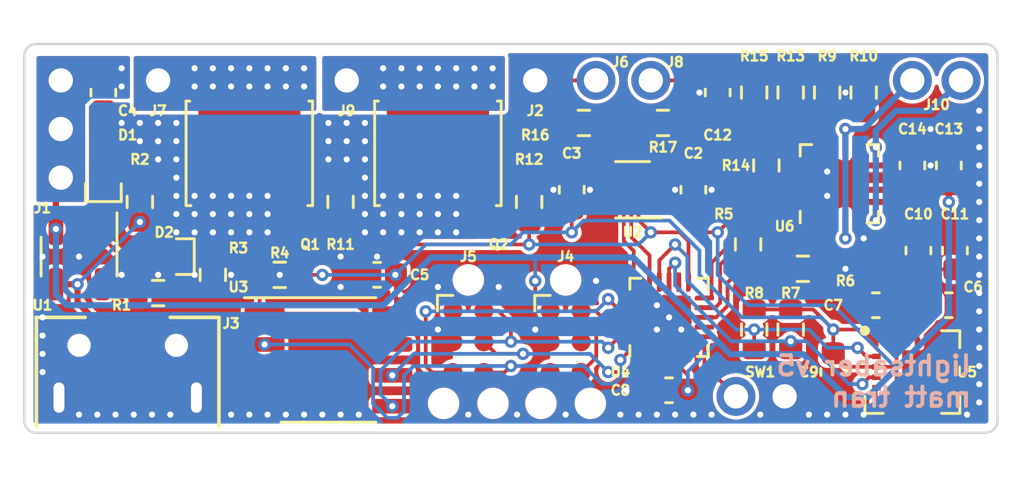
<source format=kicad_pcb>
(kicad_pcb (version 20240108) (generator "pcbnew") (generator_version "8.0")
  (layers (0 "F.Cu" signal) (31 "B.Cu" signal) (34 "B.Paste" user) (35 "F.Paste" user) (36 "B.SilkS" user "B.Silkscreen") (37 "F.SilkS" user "F.Silkscreen") (38 "B.Mask" user) (39 "F.Mask" user) (44 "Edge.Cuts" user))
  (net 0 "")
  (net 1 "+5V")
  (net 2 "GND")
  (net 3 "+BATT")
  (net 4 "+3V3")
  (net 5 "Net-(U5-CAP)")
  (net 6 "Net-(U5-C1)")
  (net 7 "Net-(C12-Pad1)")
  (net 8 "Net-(D1-K)")
  (net 9 "Net-(D1-A)")
  (net 10 "Net-(D2-K)")
  (net 14 "/dbg_tx")
  (net 17 "/UPDI")
  (net 18 "/~{CS}")
  (net 19 "/SCK")
  (net 20 "/MISO")
  (net 21 "/MOSI")
  (net 22 "Net-(J6-Pin_1)")
  (net 23 "Net-(J7-Pin_1)")
  (net 24 "Net-(J8-Pin_1)")
  (net 25 "Net-(J9-Pin_1)")
  (net 26 "Net-(J10-Pin_1)")
  (net 27 "Net-(J10-Pin_2)")
  (net 28 "Net-(Q1-G)")
  (net 29 "Net-(Q2-G)")
  (net 30 "Net-(U1-PROG)")
  (net 31 "/vbatt_sense")
  (net 32 "/SCL")
  (net 33 "/SDA")
  (net 34 "Net-(U6-REF)")
  (net 35 "/all_en")
  (net 36 "Net-(U6-TOFF)")
  (net 37 "Net-(U6-EN{slash}FLT)")
  (net 38 "/led_top")
  (net 39 "/led_bot")
  (net 40 "/button")
  (net 47 "/audio_out")
  (net 48 "/audio_en")
  (footprint "Resistor_SMD:R_0603_1608Metric" (layer "F.Cu") (at 154.5 92 -90)
    (property "Reference" "R13")
    (property "Value" "10k")
  )
  (footprint "LED_SMD:LED_0603_1608Metric" (layer "F.Cu") (at 128.5 98.75 180)
    (property "Reference" "D2")
    (property "Value" "FULL")
  )
  (footprint "Resistor_SMD:R_0603_1608Metric" (layer "F.Cu") (at 136 96.5 90)
    (property "Reference" "R11")
    (property "Value" "22")
  )
  (footprint "Package_TO_SOT_SMD:LFPAK56" (layer "F.Cu") (at 140 94.5 90)
    (property "Reference" "Q2")
    (property "Value" "PSMN0R9-30YLD")
  )
  (footprint "Capacitor_SMD:C_0603_1608Metric" (layer "F.Cu") (at 126.25 92 -90)
    (property "Reference" "C4")
    (property "Value" "10u")
  )
  (footprint "Connector_PinHeader_2.00mm:PinHeader_1x02_P2.00mm_Vertical" (layer "F.Cu") (at 160.5 91.5 90)
    (property "Reference" "J10")
    (property "Value" "speaker")
  )
  (footprint "Package_TO_SOT_SMD:SOT-23-5" (layer "F.Cu") (at 125.25 98.75 -90)
    (property "Reference" "U1")
    (property "Value" "MCP73831-2-OT")
  )
  (footprint "Resistor_SMD:R_0603_1608Metric" (layer "F.Cu") (at 133.5 99.5 180)
    (property "Reference" "R4")
    (property "Value" "470")
  )
  (footprint "extraparts:USB_Micro-B_U254-05" (layer "F.Cu") (at 127.25 106)
    (property "Reference" "J3")
    (property "Value" "charge")
  )
  (footprint "Connector_PinHeader_2.00mm:PinHeader_1x01_P2.00mm_Vertical" (layer "F.Cu") (at 136.25 91.5)
    (property "Reference" "J9")
    (property "Value" "bot_gnd")
  )
  (footprint "Resistor_SMD:R_0603_1608Metric" (layer "F.Cu") (at 155 99.25)
    (property "Reference" "R6")
    (property "Value" "10M")
  )
  (footprint "Resistor_SMD:R_0603_1608Metric" (layer "F.Cu") (at 156 92 90)
    (property "Reference" "R9")
    (property "Value" "100k")
  )
  (footprint "Resistor_SMD:R_0603_1608Metric" (layer "F.Cu") (at 146 93.25 180)
    (property "Reference" "R16")
    (property "Value" "22")
  )
  (footprint "Connector_PinHeader_2.00mm:PinHeader_1x01_P2.00mm_Vertical" (layer "F.Cu") (at 128.5 91.5)
    (property "Reference" "J7")
    (property "Value" "top_gnd")
  )
  (footprint "Package_SO:SOP-8_3.9x4.9mm_P1.27mm" (layer "F.Cu") (at 135.5 103)
    (property "Reference" "U3")
    (property "Value" "MX25L3233F")
  )
  (footprint "Capacitor_SMD:C_0603_1608Metric" (layer "F.Cu") (at 161.25 98.5 90)
    (property "Reference" "C11")
    (property "Value" "10u")
  )
  (footprint "Resistor_SMD:R_0603_1608Metric" (layer "F.Cu") (at 127.75 96.5 -90)
    (property "Reference" "R2")
    (property "Value" "2k2")
  )
  (footprint "Connector_PinHeader_2.00mm:PinHeader_1x01_P2.00mm_Vertical" (layer "F.Cu") (at 146.5 91.5)
    (property "Reference" "J6")
    (property "Value" "top_dat")
  )
  (footprint "Resistor_SMD:R_0603_1608Metric" (layer "F.Cu") (at 153 101.75 -90)
    (property "Reference" "R8")
    (property "Value" "2k2")
  )
  (footprint "Capacitor_SMD:C_0603_1608Metric" (layer "F.Cu") (at 145.5 96 90)
    (property "Reference" "C3")
    (property "Value" "1u")
  )
  (footprint "Capacitor_SMD:C_0603_1608Metric" (layer "F.Cu") (at 150.5 96 90)
    (property "Reference" "C2")
    (property "Value" "1u")
  )
  (footprint "Resistor_SMD:R_0603_1608Metric" (layer "F.Cu") (at 157.5 92 -90)
    (property "Reference" "R10")
    (property "Value" "10k")
  )
  (footprint "Package_DFN_QFN:VQFN-16-1EP_3x3mm_P0.5mm_EP1.8x1.8mm" (layer "F.Cu") (at 156.5 95.75 90)
    (property "Reference" "U6")
    (property "Value" "STSPIN250")
  )
  (footprint "Package_DFN_QFN:VQFN-20-1EP_3x3mm_P0.4mm_EP1.7x1.7mm" (layer "F.Cu") (at 149.5 101.25 90)
    (property "Reference" "U4")
    (property "Value" "ATtiny1616-M")
  )
  (footprint "Package_TO_SOT_SMD:SOT-353_SC-70-5" (layer "F.Cu") (at 148 96 180)
    (property "Reference" "U2")
    (property "Value" "MIC5365-3.3YC5")
  )
  (footprint "Package_TO_SOT_SMD:LFPAK56" (layer "F.Cu") (at 132.25 94.5 90)
    (property "Reference" "Q1")
    (property "Value" "PSMN0R9-30YLD")
  )
  (footprint "Capacitor_SMD:C_0603_1608Metric" (layer "F.Cu") (at 156.25 103.5 -90)
    (property "Reference" "C9")
    (property "Value" "100n")
  )
  (footprint "Connector:Tag-Connect_TC2030-IDC-NL_2x03_P1.27mm_Vertical" (layer "F.Cu") (at 141.25 102.25 -90)
    (property "Reference" "J5")
    (property "Value" "flash")
  )
  (footprint "Capacitor_SMD:C_0603_1608Metric" (layer "F.Cu") (at 151.5 92 -90)
    (property "Reference" "C12")
    (property "Value" "22n")
  )
  (footprint "Connector:Tag-Connect_TC2030-IDC-NL_2x03_P1.27mm_Vertical" (layer "F.Cu") (at 145.25 102.25 -90)
    (property "Reference" "J4")
    (property "Value" "UPDI")
  )
  (footprint "Capacitor_SMD:C_0603_1608Metric" (layer "F.Cu") (at 137.5 99.5 180)
    (property "Reference" "C5")
    (property "Value" "100n")
  )
  (footprint "Capacitor_SMD:C_0603_1608Metric" (layer "F.Cu") (at 159.75 98.5 90)
    (property "Reference" "C10")
    (property "Value" "100n")
  )
  (footprint "Resistor_SMD:R_0603_1608Metric" (layer "F.Cu") (at 128.5 100.25)
    (property "Reference" "R1")
    (property "Value" "2k2")
  )
  (footprint "LED_SMD:LED_0603_1608Metric" (layer "F.Cu") (at 126.25 95 90)
    (property "Reference" "D1")
    (property "Value" "CHRG")
  )
  (footprint "Package_LGA:LGA-24L_3x3.5mm_P0.43mm" (layer "F.Cu") (at 159.5 103.5)
    (property "Reference" "U5")
    (property "Value" "LSM9DS1")
  )
  (footprint "Capacitor_SMD:C_0603_1608Metric" (layer "F.Cu") (at 161 100.75)
    (property "Reference" "C6")
    (property "Value" "10n")
  )
  (footprint "Connector_PinHeader_2.00mm:PinHeader_1x02_P2.00mm_Vertical" (layer "F.Cu") (at 153.25 104.5 -90)
    (property "Reference" "SW1")
    (property "Value" "button")
  )
  (footprint "Resistor_SMD:R_0603_1608Metric" (layer "F.Cu") (at 149.25 93.25)
    (property "Reference" "R17")
    (property "Value" "22")
  )
  (footprint "Capacitor_SMD:C_0603_1608Metric" (layer "F.Cu") (at 161 95 90)
    (property "Reference" "C13")
    (property "Value" "10u")
  )
  (footprint "Connector_PinHeader_2.00mm:PinHeader_1x03_P2.00mm_Vertical" (layer "F.Cu") (at 124.5 93.5)
    (property "Reference" "J1")
    (property "Value" "lipo+")
  )
  (footprint "Resistor_SMD:R_0603_1608Metric" (layer "F.Cu") (at 153 92 -90)
    (property "Reference" "R15")
    (property "Value" "1k")
  )
  (footprint "Connector_PinHeader_2.00mm:PinHeader_1x01_P2.00mm_Vertical" (layer "F.Cu") (at 144 91.5)
    (property "Reference" "J2")
    (property "Value" "lipo-")
  )
  (footprint "Connector_PinHeader_2.00mm:PinHeader_1x01_P2.00mm_Vertical" (layer "F.Cu") (at 148.75 91.5)
    (property "Reference" "J8")
    (property "Value" "bot_dat")
  )
  (footprint "Resistor_SMD:R_0603_1608Metric" (layer "F.Cu") (at 152.75 98.25 -90)
    (property "Reference" "R5")
    (property "Value" "10M")
  )
  (footprint "Resistor_SMD:R_0603_1608Metric" (layer "F.Cu") (at 154.5 101.75 -90)
    (property "Reference" "R7")
    (property "Value" "2k2")
  )
  (footprint "Capacitor_SMD:C_0603_1608Metric" (layer "F.Cu") (at 149.5 104.25 180)
    (property "Reference" "C8")
    (property "Value" "100n")
  )
  (footprint "Capacitor_SMD:C_0603_1608Metric" (layer "F.Cu") (at 158 100.75 180)
    (property "Reference" "C7")
    (property "Value" "100n")
  )
  (footprint "Resistor_SMD:R_0603_1608Metric" (layer "F.Cu") (at 130.75 99.5 -90)
    (property "Reference" "R3")
    (property "Value" "2k2")
  )
  (footprint "Resistor_SMD:R_0603_1608Metric" (layer "F.Cu") (at 153.5 95 90)
    (property "Reference" "R14")
    (property "Value" "10k")
  )
  (footprint "Capacitor_SMD:C_0603_1608Metric" (layer "F.Cu") (at 159.5 95 90)
    (property "Reference" "C14")
    (property "Value" "1u")
  )
  (footprint "Resistor_SMD:R_0603_1608Metric" (layer "F.Cu") (at 143.75 96.5 90)
    (property "Reference" "R12")
    (property "Value" "22")
  )
  (gr_arc (start 123 90.5) (mid 123.146447 90.146447) (end 123.5 90) (stroke (width 0.1)) (layer "Edge.Cuts"))
  (gr_arc (start 123.5 106) (mid 123.146447 105.853553) (end 123 105.5) (stroke (width 0.1)) (layer "Edge.Cuts"))
  (gr_arc (start 162.5 90) (mid 162.853553 90.146447) (end 163 90.5) (stroke (width 0.1)) (layer "Edge.Cuts"))
  (gr_arc (start 163 105.5) (mid 162.853553 105.853553) (end 162.5 106) (stroke (width 0.1)) (layer "Edge.Cuts"))
  (gr_line (start 123 90.5) (end 123 105.5) (stroke (width 0.1)) (layer "Edge.Cuts"))
  (gr_line (start 162.5 90) (end 123.5 90) (stroke (width 0.1)) (layer "Edge.Cuts"))
  (gr_line (start 123.5 106) (end 162.5 106) (stroke (width 0.1)) (layer "Edge.Cuts"))
  (gr_line (start 163 105.5) (end 163 90.5) (stroke (width 0.1)) (layer "Edge.Cuts"))
  (gr_text "lightsaber v5\nmatt tran" (at 162 105 0) (layer "B.SilkS") (effects (font (size 0.8 0.8) (thickness 0.16) (bold yes)) (justify left bottom mirror)))
  (segment (start 125.95 101.4) (end 125.95 101.9) (width 0.254) (layer "F.Cu") (net 1))
  (segment (start 125.1875 100.6375) (end 125.95 101.4) (width 0.254) (layer "F.Cu") (net 1))
  (segment (start 125.1875 99.8875) (end 125.1875 100.6375) (width 0.254) (layer "F.Cu") (net 1))
  (segment (start 125.1875 99.8875) (end 124.3 99.8875) (width 0.254) (layer "F.Cu") (net 1))
  (via (at 127.75 97.325) (size 0.508) (drill 0.254) (layers "F.Cu" "B.Cu") (net 1))
  (via (at 125.1875 99.8875) (size 0.508) (drill 0.254) (layers "F.Cu" "B.Cu") (net 1))
  (segment (start 125.1875 99.8875) (end 127.75 97.325) (width 0.1524) (layer "B.Cu") (net 1))
  (via (at 131.5 105.25) (size 0.508) (drill 0.254) (layers "F.Cu" "B.Cu") (net 2))
  (via (at 149.5 101.25) (size 0.508) (drill 0.254) (layers "F.Cu" "B.Cu") (net 2))
  (via (at 137 93.25) (size 0.508) (drill 0.254) (layers "F.Cu" "B.Cu") (net 2))
  (via (at 150.5 105.25) (size 0.508) (drill 0.254) (layers "F.Cu" "B.Cu") (net 2))
  (via (at 139.25 96.25) (size 0.508) (drill 0.254) (layers "F.Cu" "B.Cu") (net 2))
  (via (at 138.5 97.75) (size 0.508) (drill 0.254) (layers "F.Cu" "B.Cu") (net 2))
  (via (at 135.5 94.75) (size 0.508) (drill 0.254) (layers "F.Cu" "B.Cu") (net 2))
  (via (at 156.75 92) (size 0.508) (drill 0.254) (layers "F.Cu" "B.Cu") (net 2))
  (via (at 130 99.5) (size 0.508) (drill 0.254) (layers "F.Cu" "B.Cu") (net 2))
  (via (at 162.25 98.75) (size 0.508) (drill 0.254) (layers "F.Cu" "B.Cu") (net 2))
  (via (at 137 97) (size 0.508) (drill 0.254) (layers "F.Cu" "B.Cu") (net 2))
  (via (at 129.25 94.75) (size 0.508) (drill 0.254) (layers "F.Cu" "B.Cu") (net 2))
  (via (at 135.5 93.25) (size 0.508) (drill 0.254) (layers "F.Cu" "B.Cu") (net 2))
  (via (at 135.5 94) (size 0.508) (drill 0.254) (layers "F.Cu" "B.Cu") (net 2))
  (via (at 162.25 98) (size 0.508) (drill 0.254) (layers "F.Cu" "B.Cu") (net 2))
  (via (at 137 96.25) (size 0.508) (drill 0.254) (layers "F.Cu" "B.Cu") (net 2))
  (via (at 162.25 94.25) (size 0.508) (drill 0.254) (layers "F.Cu" "B.Cu") (net 2))
  (via (at 127 99.5) (size 0.508) (drill 0.254) (layers "F.Cu" "B.Cu") (net 2))
  (via (at 129.25 96.25) (size 0.508) (drill 0.254) (layers "F.Cu" "B.Cu") (net 2))
  (via (at 133.5 99.5) (size 0.508) (drill 0.254) (layers "F.Cu" "B.Cu") (net 2))
  (via (at 162.25 101.75) (size 0.508) (drill 0.254) (layers "F.Cu" "B.Cu") (net 2))
  (via (at 156 96.25) (size 0.508) (drill 0.254) (layers "F.Cu" "B.Cu") (net 2))
  (via (at 146.5 99.75) (size 0.508) (drill 0.254) (layers "F.Cu" "B.Cu") (net 2))
  (via (at 156 95.25) (size 0.508) (drill 0.254) (layers "F.Cu" "B.Cu") (net 2))
  (via (at 144.75 96) (size 0.508) (drill 0.254) (layers "F.Cu" "B.Cu") (net 2))
  (via (at 125.25 98.75) (size 0.508) (drill 0.254) (layers "F.Cu" "B.Cu") (net 2))
  (via (at 127.75 93.25) (size 0.508) (drill 0.254) (layers "F.Cu" "B.Cu") (net 2))
  (via (at 150 101.75) (size 0.508) (drill 0.254) (layers "F.Cu" "B.Cu") (net 2))
  (via (at 136 105.25) (size 0.508) (drill 0.254) (layers "F.Cu" "B.Cu") (net 2))
  (via (at 162.25 97.25) (size 0.508) (drill 0.254) (layers "F.Cu" "B.Cu") (net 2))
  (via (at 160.25 95) (size 0.508) (drill 0.254) (layers "F.Cu" "B.Cu") (net 2))
  (via (at 123.75 102) (size 0.508) (drill 0.254) (layers "F.Cu" "B.Cu") (net 2))
  (via (at 130.75 96.25) (size 0.508) (drill 0.254) (layers "F.Cu" "B.Cu") (net 2))
  (via (at 134.5 105.25) (size 0.508) (drill 0.254) (layers "F.Cu" "B.Cu") (net 2))
  (via (at 139.25 97.75) (size 0.508) (drill 0.254) (layers "F.Cu" "B.Cu") (net 2))
  (via (at 133 97) (size 0.508) (drill 0.254) (layers "F.Cu" "B.Cu") (net 2))
  (via (at 160.25 93.5) (size 0.508) (drill 0.254) (layers "F.Cu" "B.Cu") (net 2))
  (via (at 162.25 99.5) (size 0.508) (drill 0.254) (layers "F.Cu" "B.Cu") (net 2))
  (via (at 128.5 94.75) (size 0.508) (drill 0.254) (layers "F.Cu" "B.Cu") (net 2))
  (via (at 131.5 97.75) (size 0.508) (drill 0.254) (layers "F.Cu" "B.Cu") (net 2))
  (via (at 131.5 97) (size 0.508) (drill 0.254) (layers "F.Cu" "B.Cu") (net 2))
  (via (at 136.25 93.25) (size 0.508) (drill 0.254) (layers "F.Cu" "B.Cu") (net 2))
  (via (at 125.25 105.25) (size 0.508) (drill 0.254) (layers "F.Cu" "B.Cu") (net 2))
  (via (at 153.25 105.25) (size 0.508) (drill 0.254) (layers "F.Cu" "B.Cu") (net 2))
  (via (at 140.75 97) (size 0.508) (drill 0.254) (layers "F.Cu" "B.Cu") (net 2))
  (via (at 140 97) (size 0.508) (drill 0.254) (layers "F.Cu" "B.Cu") (net 2))
  (via (at 137.75 96.25) (size 0.508) (drill 0.254) (layers "F.Cu" "B.Cu") (net 2))
  (via (at 129.25 97) (size 0.508) (drill 0.254) (layers "F.Cu" "B.Cu") (net 2))
  (via (at 133 97.75) (size 0.508) (drill 0.254) (layers "F.Cu" "B.Cu") (net 2))
  (via (at 162.25 102.5) (size 0.508) (drill 0.254) (layers "F.Cu" "B.Cu") (net 2))
  (via (at 162.25 104) (size 0.508) (drill 0.254) (layers "F.Cu" "B.Cu") (net 2))
  (via (at 143.25 105.25) (size 0.508) (drill 0.254) (layers "F.Cu" "B.Cu") (net 2))
  (via (at 129.25 97.75) (size 0.508) (drill 0.254) (layers "F.Cu" "B.Cu") (net 2))
  (via (at 123.75 103.5) (size 0.508) (drill 0.254) (layers "F.Cu" "B.Cu") (net 2))
  (via (at 140 96.25) (size 0.508) (drill 0.254) (layers "F.Cu" "B.Cu") (net 2))
  (via (at 123.75 102.75) (size 0.508) (drill 0.254) (layers "F.Cu" "B.Cu") (net 2))
  (via (at 145.25 105.25) (size 0.508) (drill 0.254) (layers "F.Cu" "B.Cu") (net 2))
  (via (at 140 101.75) (size 0.508) (drill 0.254) (layers "F.Cu" "B.Cu") (net 2))
  (via (at 137.75 97) (size 0.508) (drill 0.254) (layers "F.Cu" "B.Cu") (net 2))
  (via (at 162.25 104.75) (size 0.508) (drill 0.254) (layers "F.Cu" "B.Cu") (net 2))
  (via (at 129 105.25) (size 0.508) (drill 0.254) (layers "F.Cu" "B.Cu") (net 2))
  (via (at 128.5 94) (size 0.508) (drill 0.254) (layers "F.Cu" "B.Cu") (net 2))
  (via (at 146.25 96) (size 0.508) (drill 0.254) (layers "F.Cu" "B.Cu") (net 2))
  (via (at 140.75 97.75) (size 0.508) (drill 0.254) (layers "F.Cu" "B.Cu") (net 2))
  (via (at 148.25 105.25) (size 0.508) (drill 0.254) (layers "F.Cu" "B.Cu") (net 2))
  (via (at 162.25 95.75) (size 0.508) (drill 0.254) (layers "F.Cu" "B.Cu") (net 2))
  (via (at 162.25 101) (size 0.508) (drill 0.254) (layers "F.Cu" "B.Cu") (net 2))
  (via (at 130 97.75) (size 0.508) (drill 0.254) (layers "F.Cu" "B.Cu") (net 2))
  (via (at 149.75 96) (size 0.508) (drill 0.254) (layers "F.Cu" "B.Cu") (net 2))
  (via (at 136 100) (size 0.508) (drill 0.254) (layers "F.Cu" "B.Cu") (net 2))
  (via (at 149 100.75) (size 0.508) (drill 0.254) (layers "F.Cu" "B.Cu") (net 2))
  (via (at 129.25 94) (size 0.508) (drill 0.254) (layers "F.Cu" "B.Cu") (net 2))
  (via (at 137 97.75) (size 0.508) (drill 0.254) (layers "F.Cu" "B.Cu") (net 2))
  (via (at 133 105.25) (size 0.508) (drill 0.254) (layers "F.Cu" "B.Cu") (net 2))
  (via (at 123.75 101.25) (size 0.508) (drill 0.254) (layers "F.Cu" "B.Cu") (net 2))
  (via (at 155.25 105.25) (size 0.508) (drill 0.254) (layers "F.Cu" "B.Cu") (net 2))
  (via (at 140.75 96.25) (size 0.508) (drill 0.254) (layers "F.Cu" "B.Cu") (net 2))
  (via (at 157.5 105.25) (size 0.508) (drill 0.254) (layers "F.Cu" "B.Cu") (net 2))
  (via (at 128.5 99.5) (size 0.508) (drill 0.254) (layers "F.Cu" "B.Cu") (net 2))
  (via (at 136.25 94) (size 0.508) (drill 0.254) (layers "F.Cu" "B.Cu") (net 2))
  (via (at 162.25 100.25) (size 0.508) (drill 0.254) (layers "F.Cu" "B.Cu") (net 2))
  (via (at 133 96.25) (size 0.508) (drill 0.254) (layers "F.Cu" "B.Cu") (net 2))
  (via (at 162.25 93.5) (size 0.508) (drill 0.254) (layers "F.Cu" "B.Cu") (net 2))
  (via (at 151.25 96) (size 0.508) (drill 0.254) (layers "F.Cu" "B.Cu") (net 2))
  (via (at 147.75 104.25) (size 0.508) (drill 0.254) (layers "F.Cu" "B.Cu") (net 2))
  (via (at 136 98.75) (size 0.508) (drill 0.254) (layers "F.Cu" "B.Cu") (net 2))
  (via (at 132.25 105.25) (size 0.508) (drill 0.254) (layers "F.Cu" "B.Cu") (net 2))
  (via (at 149.75 105.25) (size 0.508) (drill 0.254) (layers "F.Cu" "B.Cu") (net 2))
  (via (at 142.5 100) (size 0.508) (drill 0.254) (layers "F.Cu" "B.Cu") (net 2))
  (via (at 132.25 97.75) (size 0.508) (drill 0.254) (layers "F.Cu" "B.Cu") (net 2))
  (via (at 131.5 99.5) (size 0.508) (drill 0.254) (layers "F.Cu" "B.Cu") (net 2))
  (via (at 127.5 105.25) (size 0.508) (drill 0.254) (layers "F.Cu" "B.Cu") (net 2))
  (via (at 149 101.75) (size 0.508) (drill 0.254) (layers "F.Cu" "B.Cu") (net 2))
  (via (at 137 94.75) (size 0.508) (drill 0.254) (layers "F.Cu" "B.Cu") (net 2))
  (via (at 138.5 97) (size 0.508) (drill 0.254) (layers "F.Cu" "B.Cu") (net 2))
  (via (at 129.25 93.25) (size 0.508) (drill 0.254) (layers "F.Cu" "B.Cu") (net 2))
  (via (at 126 105.25) (size 0.508) (drill 0.254) (layers "F.Cu" "B.Cu") (net 2))
  (via (at 136.25 94.75) (size 0.508) (drill 0.254) (layers "F.Cu" "B.Cu") (net 2))
  (via (at 156.75 105.25) (size 0.508) (drill 0.254) (layers "F.Cu" "B.Cu") (net 2))
  (via (at 147.5 105.25) (size 0.508) (drill 0.254) (layers "F.Cu" "B.Cu") (net 2))
  (via (at 136.75 105.25) (size 0.508) (drill 0.254) (layers "F.Cu" "B.Cu") (net 2))
  (via (at 156 105.25) (size 0.508) (drill 0.254) (layers "F.Cu" "B.Cu") (net 2))
  (via (at 139.25 97) (size 0.508) (drill 0.254) (layers "F.Cu" "B.Cu") (net 2))
  (via (at 140 100) (size 0.508) (drill 0.254) (layers "F.Cu" "B.Cu") (net 2))
  (via (at 130.75 97.75) (size 0.508) (drill 0.254) (layers "F.Cu" "B.Cu") (net 2))
  (via (at 161.75 105.25) (size 0.508) (drill 0.254) (layers "F.Cu" "B.Cu") (net 2))
  (via (at 137.5 98.75) (size 0.508) (drill 0.254) (layers "F.Cu" "B.Cu") (net 2))
  (via (at 162.25 96.5) (size 0.508) (drill 0.254) (layers "F.Cu" "B.Cu") (net 2))
  (via (at 140 97.75) (size 0.508) (drill 0.254) (layers "F.Cu" "B.Cu") (net 2))
  (via (at 130.75 97) (size 0.508) (drill 0.254) (layers "F.Cu" "B.Cu") (net 2))
  (via (at 129.25 95.5) (size 0.508) (drill 0.254) (layers "F.Cu" "B.Cu") (net 2))
  (via (at 138.5 96.25) (size 0.508) (drill 0.254) (layers "F.Cu" "B.Cu") (net 2))
  (via (at 144 101.75) (size 0.508) (drill 0.254) (layers "F.Cu" "B.Cu") (net 2))
  (via (at 130 96.25) (size 0.508) (drill 0.254) (layers "F.Cu" "B.Cu") (net 2))
  (via (at 127 93.25) (size 0.508) (drill 0.254) (layers "F.Cu" "B.Cu") (net 2))
  (via (at 150.75 92) (size 0.508) (drill 0.254) (layers "F.Cu" "B.Cu") (net 2))
  (via (at 137 95.5) (size 0.508) (drill 0.254) (layers "F.Cu" "B.Cu") (net 2))
  (via (at 141.25 105.25) (size 0.508) (drill 0.254) (layers "F.Cu" "B.Cu") (net 2))
  (via (at 126.75 105.25) (size 0.508) (drill 0.254) (layers "F.Cu" "B.Cu") (net 2))
  (via (at 137 94) (size 0.508) (drill 0.254) (layers "F.Cu" "B.Cu") (net 2))
  (via (at 128.25 105.25) (size 0.508) (drill 0.254) (layers "F.Cu" "B.Cu") (net 2))
  (via (at 135.25 105.25) (size 0.508) (drill 0.254) (layers "F.Cu" "B.Cu") (net 2))
  (via (at 149 105.25) (size 0.508) (drill 0.254) (layers "F.Cu" "B.Cu") (net 2))
  (via (at 132.25 96.25) (size 0.508) (drill 0.254) (layers "F.Cu" "B.Cu") (net 2))
  (via (at 133.75 105.25) (size 0.508) (drill 0.254) (layers "F.Cu" "B.Cu") (net 2))
  (via (at 157.5 98) (size 0.508) (drill 0.254) (layers "F.Cu" "B.Cu") (net 2))
  (via (at 127.75 94) (size 0.508) (drill 0.254) (layers "F.Cu" "B.Cu") (net 2))
  (via (at 162.25 95) (size 0.508) (drill 0.254) (layers "F.Cu" "B.Cu") (net 2))
  (via (at 151.25 105.25) (size 0.508) (drill 0.254) (layers "F.Cu" "B.Cu") (net 2))
  (via (at 162.25 103.25) (size 0.508) (drill 0.254) (layers "F.Cu" "B.Cu") (net 2))
  (via (at 162.25 92.75) (size 0.508) (drill 0.254) (layers "F.Cu" "B.Cu") (net 2))
  (via (at 131.5 96.25) (size 0.508) (drill 0.254) (layers "F.Cu" "B.Cu") (net 2))
  (via (at 130 97) (size 0.508) (drill 0.254) (layers "F.Cu" "B.Cu") (net 2))
  (via (at 128.5 93.25) (size 0.508) (drill 0.254) (layers "F.Cu" "B.Cu") (net 2))
  (via (at 137.75 97.75) (size 0.508) (drill 0.254) (layers "F.Cu" "B.Cu") (net 2))
  (via (at 156.75 99.25) (size 0.508) (drill 0.254) (layers "F.Cu" "B.Cu") (net 2))
  (via (at 132.25 97) (size 0.508) (drill 0.254) (layers "F.Cu" "B.Cu") (net 2))
  (via (at 123.75 98.75) (size 0.508) (drill 0.254) (layers "F.Cu" "B.Cu") (net 2))
  (segment (start 150.5 96.775) (end 150.5 97.5) (width 0.1524) (layer "F.Cu") (net 3))
  (segment (start 148.95 96.65) (end 150.375 96.65) (width 0.1524) (layer "F.Cu") (net 3))
  (segment (start 161 95.775) (end 161 96.5) (width 0.254) (layer "F.Cu") (net 3))
  (segment (start 152.75 97.425) (end 151.825 97.425) (width 0.1524) (layer "F.Cu") (net 3))
  (segment (start 157.9875 96) (end 160.775 96) (width 0.254) (layer "F.Cu") (net 3))
  (segment (start 150.375 96.65) (end 150.5 96.775) (width 0.1524) (layer "F.Cu") (net 3))
  (segment (start 150.5 97.5) (end 150.75 97.75) (width 0.1524) (layer "F.Cu") (net 3))
  (segment (start 124.3 97.6125) (end 124.3 95.7) (width 0.254) (layer "F.Cu") (net 3))
  (segment (start 124.3 95.7) (end 124.5 95.5) (width 0.254) (layer "F.Cu") (net 3))
  (segment (start 144 100.365) (end 144 99.75) (width 0.1524) (layer "F.Cu") (net 3))
  (segment (start 160.775 96) (end 161 95.775) (width 0.254) (layer "F.Cu") (net 3))
  (segment (start 149.9 103.25) (end 150.275 103.625) (width 0.1524) (layer "F.Cu") (net 3))
  (segment (start 144.615 100.98) (end 144 100.365) (width 0.1524) (layer "F.Cu") (net 3))
  (segment (start 150.275 103.625) (end 150.275 104.25) (width 0.1524) (layer "F.Cu") (net 3))
  (segment (start 151.825 97.425) (end 151.5 97.75) (width 0.1524) (layer "F.Cu") (net 3))
  (segment (start 150.75 97.75) (end 151.5 97.75) (width 0.1524) (layer "F.Cu") (net 3))
  (segment (start 149.9 102.7) (end 149.9 103.25) (width 0.1524) (layer "F.Cu") (net 3))
  (via (at 161 96.5) (size 0.508) (drill 0.254) (layers "F.Cu" "B.Cu") (net 3))
  (via (at 144 99.75) (size 0.508) (drill 0.254) (layers "F.Cu" "B.Cu") (net 3))
  (via (at 124.3 97.6125) (size 0.508) (drill 0.254) (layers "F.Cu" "B.Cu") (net 3))
  (via (at 127 91) (size 0.508) (drill 0.254) (layers "F.Cu" "B.Cu") (net 3))
  (via (at 150.275 104.25) (size 0.508) (drill 0.254) (layers "F.Cu" "B.Cu") (net 3))
  (via (at 127 91.75) (size 0.508) (drill 0.254) (layers "F.Cu" "B.Cu") (net 3))
  (via (at 151.5 97.75) (size 0.508) (drill 0.254) (layers "F.Cu" "B.Cu") (net 3))
  (segment (start 151.5 99.5) (end 152.75 100.75) (width 0.1524) (layer "B.Cu") (net 3))
  (segment (start 138.7834 99.7166) (end 138.7834 99.720942) (width 0.254) (layer "B.Cu") (net 3))
  (segment (start 124.75 100.75) (end 124.3 100.3) (width 0.254) (layer "B.Cu") (net 3))
  (segment (start 156.778736 104.528736) (end 155.0155 102.7655) (width 0.254) (layer "B.Cu") (net 3))
  (segment (start 139.7166 98.7834) (end 138.7834 99.7166) (width 0.254) (layer "B.Cu") (net 3))
  (segment (start 158.84763 103.34763) (end 157.666524 104.528736) (width 0.254) (layer "B.Cu") (net 3))
  (segment (start 150.275 103.475) (end 151.5 102.25) (width 0.1524) (layer "B.Cu") (net 3))
  (segment (start 138.7834 99.720942) (end 137.754342 100.75) (width 0.254) (layer "B.Cu") (net 3))
  (segment (start 144 99.75) (end 144 98.7834) (width 0.1524) (layer "B.Cu") (net 3))
  (segment (start 156.25 100.75) (end 158.84763 103.34763) (width 0.1524) (layer "B.Cu") (net 3))
  (segment (start 155.0155 102.7655) (end 152.0155 102.7655) (width 0.254) (layer "B.Cu") (net 3))
  (segment (start 161 96.5) (end 161 101.19526) (width 0.254) (layer "B.Cu") (net 3))
  (segment (start 144 98.7834) (end 139.7166 98.7834) (width 0.254) (layer "B.Cu") (net 3))
  (segment (start 151.5 102.25) (end 148.0334 98.7834) (width 0.254) (layer "B.Cu") (net 3))
  (segment (start 152.0155 102.7655) (end 151.5 102.25) (width 0.254) (layer "B.Cu") (net 3))
  (segment (start 148.0334 98.7834) (end 144 98.7834) (width 0.254) (layer "B.Cu") (net 3))
  (segment (start 137.754342 100.75) (end 124.75 100.75) (width 0.254) (layer "B.Cu") (net 3))
  (segment (start 161 101.19526) (end 158.84763 103.34763) (width 0.254) (layer "B.Cu") (net 3))
  (segment (start 124.3 100.3) (end 124.3 97.6125) (width 0.254) (layer "B.Cu") (net 3))
  (segment (start 150.275 104.25) (end 150.275 103.475) (width 0.1524) (layer "B.Cu") (net 3))
  (segment (start 157.666524 104.528736) (end 156.778736 104.528736) (width 0.254) (layer "B.Cu") (net 3))
  (segment (start 151.5 97.75) (end 151.5 99.5) (width 0.1524) (layer "B.Cu") (net 3))
  (segment (start 152.75 100.75) (end 156.25 100.75) (width 0.1524) (layer "B.Cu") (net 3))
  (segment (start 159.285 102.275) (end 159.285 101.715) (width 0.1524) (layer "F.Cu") (net 4))
  (segment (start 159.5 101.5) (end 159.5 99.525) (width 0.1524) (layer "F.Cu") (net 4))
  (segment (start 145.5 96.775) (end 145.5 97.75) (width 0.1524) (layer "F.Cu") (net 4))
  (segment (start 158.855 104.725) (end 158.855 103.25) (width 0.1524) (layer "F.Cu") (net 4))
  (segment (start 161.25 99.275) (end 159.75 99.275) (width 0.1524) (layer "F.Cu") (net 4))
  (segment (start 158.82 103.285) (end 158.855 103.25) (width 0.1524) (layer "F.Cu") (net 4))
  (segment (start 138.275 99.5) (end 138.25 99.5) (width 0.1524) (layer "F.Cu") (net 4))
  (segment (start 153 100.925) (end 154.5 100.925) (width 0.1524) (layer "F.Cu") (net 4))
  (segment (start 157.47 101.75) (end 157.995 102.275) (width 0.1524) (layer "F.Cu") (net 4))
  (segment (start 147.05 96.65) (end 145.625 96.65) (width 0.1524) (layer "F.Cu") (net 4))
  (segment (start 140.135 100.5) (end 138.275 100.5) (width 0.1524) (layer "F.Cu") (net 4))
  (segment (start 145.625 96.65) (end 145.5 96.775) (width 0.1524) (layer "F.Cu") (net 4))
  (segment (start 155.425 100.925) (end 154.5 100.925) (width 0.1524) (layer "F.Cu") (net 4))
  (segment (start 138.275 99.5) (end 138.275 100.5) (width 0.1524) (layer "F.Cu") (net 4))
  (segment (start 156.25 102.725) (end 156.25 101.75) (width 0.1524) (layer "F.Cu") (net 4))
  (segment (start 158.855 104.725) (end 157.995 104.725) (width 0.1524) (layer "F.Cu") (net 4))
  (segment (start 159.5 99.525) (end 159.75 99.275) (width 0.1524) (layer "F.Cu") (net 4))
  (segment (start 156.25 101.75) (end 157.47 101.75) (width 0.1524) (layer "F.Cu") (net 4))
  (segment (start 157.995 104.175) (end 158.025 104.145) (width 0.1524) (layer "F.Cu") (net 4))
  (segment (start 157.995 104.725) (end 157.995 104.175) (width 0.1524) (layer "F.Cu") (net 4))
  (segment (start 138.275 100.945) (end 138.125 101.095) (width 0.1524) (layer "F.Cu") (net 4))
  (segment (start 134.325 99.5) (end 135.25 99.5) (width 0.1524) (layer "F.Cu") (net 4))
  (segment (start 138.275 100.5) (end 138.275 100.945) (width 0.1524) (layer "F.Cu") (net 4))
  (segment (start 158.025 103.285) (end 156.81 103.285) (width 0.1524) (layer "F.Cu") (net 4))
  (segment (start 158.025 103.285) (end 158.82 103.285) (width 0.1524) (layer "F.Cu") (net 4))
  (segment (start 159.285 102.275) (end 158.855 102.275) (width 0.1524) (layer "F.Cu") (net 4))
  (segment (start 140.615 100.98) (end 140.135 100.5) (width 0.1524) (layer "F.Cu") (net 4))
  (segment (start 158.855 103.25) (end 158.855 102.275) (width 0.1524) (layer "F.Cu") (net 4))
  (segment (start 156.81 103.285) (end 156.25 102.725) (width 0.1524) (layer "F.Cu") (net 4))
  (segment (start 159.285 101.715) (end 159.5 101.5) (width 0.1524) (layer "F.Cu") (net 4))
  (segment (start 156.25 101.75) (end 155.425 100.925) (width 0.1524) (layer "F.Cu") (net 4))
  (via (at 138.25 99.5) (size 0.508) (drill 0.254) (layers "F.Cu" "B.Cu") (net 4))
  (via (at 145.5 97.75) (size 0.508) (drill 0.254) (layers "F.Cu" "B.Cu") (net 4))
  (via (at 135.25 99.5) (size 0.508) (drill 0.254) (layers "F.Cu" "B.Cu") (net 4))
  (via (at 156.25 101.75) (size 0.508) (drill 0.254) (layers "F.Cu" "B.Cu") (net 4))
  (segment (start 149.5174 97.2674) (end 145.9826 97.2674) (width 0.1524) (layer "B.Cu") (net 4))
  (segment (start 138.25 99.5) (end 139.5 98.25) (width 0.1524) (layer "B.Cu") (net 4))
  (segment (start 143 98.25) (end 143.5 97.75) (width 0.1524) (layer "B.Cu") (net 4))
  (segment (start 156.25 101.75) (end 155.75 101.25) (width 0.1524) (layer "B.Cu") (net 4))
  (segment (start 152.5 101.25) (end 150.75 99.5) (width 0.1524) (layer "B.Cu") (net 4))
  (segment (start 155.75 101.25) (end 152.5 101.25) (width 0.1524) (layer "B.Cu") (net 4))
  (segment (start 139.5 98.25) (end 143 98.25) (width 0.1524) (layer "B.Cu") (net 4))
  (segment (start 150.75 99.5) (end 150.75 98.5) (width 0.1524) (layer "B.Cu") (net 4))
  (segment (start 145.9826 97.2674) (end 145.5 97.75) (width 0.1524) (layer "B.Cu") (net 4))
  (segment (start 143.5 97.75) (end 145.5 97.75) (width 0.1524) (layer "B.Cu") (net 4))
  (segment (start 135.25 99.5) (end 138.25 99.5) (width 0.1524) (layer "B.Cu") (net 4))
  (segment (start 150.75 98.5) (end 149.5174 97.2674) (width 0.1524) (layer "B.Cu") (net 4))
  (segment (start 159.715 102.275) (end 159.715 101.885) (width 0.1524) (layer "F.Cu") (net 5))
  (segment (start 159.715 101.885) (end 160.225 101.375) (width 0.1524) (layer "F.Cu") (net 5))
  (segment (start 160.225 101.375) (end 160.225 100.75) (width 0.1524) (layer "F.Cu") (net 5))
  (segment (start 158.775 101.475) (end 158.775 100.75) (width 0.1524) (layer "F.Cu") (net 6))
  (segment (start 158.425 101.825) (end 158.775 101.475) (width 0.1524) (layer "F.Cu") (net 6))
  (segment (start 158.425 102.275) (end 158.425 101.825) (width 0.1524) (layer "F.Cu") (net 6))
  (segment (start 151.55 91.175) (end 151.5 91.225) (width 0.1524) (layer "F.Cu") (net 7))
  (segment (start 153 91.175) (end 151.55 91.175) (width 0.1524) (layer "F.Cu") (net 7))
  (segment (start 127.7125 98.75) (end 127 98.75) (width 0.1524) (layer "F.Cu") (net 8))
  (segment (start 127 98.75) (end 126.2 97.95) (width 0.1524) (layer "F.Cu") (net 8))
  (segment (start 126.2 97.95) (end 126.2 97.6125) (width 0.1524) (layer "F.Cu") (net 8))
  (segment (start 126.2 95.8375) (end 126.25 95.7875) (width 0.1524) (layer "F.Cu") (net 8))
  (segment (start 126.2 97.6125) (end 126.2 95.8375) (width 0.1524) (layer "F.Cu") (net 8))
  (segment (start 126.9625 94.2125) (end 127.75 95) (width 0.1524) (layer "F.Cu") (net 9))
  (segment (start 126.25 94.2125) (end 126.9625 94.2125) (width 0.1524) (layer "F.Cu") (net 9))
  (segment (start 127.75 95) (end 127.75 95.675) (width 0.1524) (layer "F.Cu") (net 9))
  (segment (start 129.3625 98.675) (end 129.2875 98.75) (width 0.1524) (layer "F.Cu") (net 10))
  (segment (start 130.75 98.675) (end 129.3625 98.675) (width 0.1524) (layer "F.Cu") (net 10))
  (segment (start 148.05 101.25) (end 146.75 101.25) (width 0.1524) (layer "F.Cu") (net 14))
  (segment (start 146.75 101.25) (end 146.48 100.98) (width 0.1524) (layer "F.Cu") (net 14))
  (segment (start 146.48 100.98) (end 145.885 100.98) (width 0.1524) (layer "F.Cu") (net 14))
  (segment (start 146.5073 102.8977) (end 145.885 103.52) (width 0.1524) (layer "F.Cu") (net 17))
  (segment (start 148.05 101.65) (end 146.85 101.65) (width 0.1524) (layer "F.Cu") (net 17))
  (segment (start 146.5073 101.9927) (end 146.5073 102.8977) (width 0.1524) (layer "F.Cu") (net 17))
  (segment (start 146.85 101.65) (end 146.5073 101.9927) (width 0.1524) (layer "F.Cu") (net 17))
  (segment (start 132.675 99.5) (end 132.675 100.895) (width 0.1524) (layer "F.Cu") (net 18))
  (segment (start 132.675 100.895) (end 132.875 101.095) (width 0.1524) (layer "F.Cu") (net 18))
  (segment (start 147.35 100.85) (end 147 100.5) (width 0.1524) (layer "F.Cu") (net 18))
  (segment (start 139.5 103.25) (end 139.77 103.52) (width 0.1524) (layer "F.Cu") (net 18))
  (segment (start 136.595 101.095) (end 132.875 101.095) (width 0.1524) (layer "F.Cu") (net 18))
  (segment (start 139.5 101.6236) (end 137.1236 101.6236) (width 0.1524) (layer "F.Cu") (net 18))
  (segment (start 139.5 103.25) (end 139.5 101.6236) (width 0.1524) (layer "F.Cu") (net 18))
  (segment (start 137.1236 101.6236) (end 136.595 101.095) (width 0.1524) (layer "F.Cu") (net 18))
  (segment (start 148.05 100.85) (end 147.35 100.85) (width 0.1524) (layer "F.Cu") (net 18))
  (segment (start 139.5 101) (end 139.5 101.6236) (width 0.1524) (layer "F.Cu") (net 18))
  (segment (start 139.77 103.52) (end 140.615 103.52) (width 0.1524) (layer "F.Cu") (net 18))
  (via (at 147 100.5) (size 0.508) (drill 0.254) (layers "F.Cu" "B.Cu") (net 18))
  (via (at 139.5 101) (size 0.508) (drill 0.254) (layers "F.Cu" "B.Cu") (net 18))
  (segment (start 146.5 101) (end 147 100.5) (width 0.1524) (layer "B.Cu") (net 18))
  (segment (start 139.5 101) (end 146.5 101) (width 0.1524) (layer "B.Cu") (net 18))
  (segment (start 142.385 102.75) (end 143.5 102.75) (width 0.1524) (layer "F.Cu") (net 19))
  (segment (start 149.1 103.4) (end 149 103.5) (width 0.1524) (layer "F.Cu") (net 19))
  (segment (start 149 103.5) (end 147 103.5) (width 0.1524) (layer "F.Cu") (net 19))
  (segment (start 149.1 102.7) (end 149.1 103.4) (width 0.1524) (layer "F.Cu") (net 19))
  (segment (start 141.885 102.25) (end 142.385 102.75) (width 0.1524) (layer "F.Cu") (net 19))
  (via (at 138.125 103.635) (size 0.508) (drill 0.254) (layers "F.Cu" "B.Cu") (net 19))
  (via (at 147 103.5) (size 0.508) (drill 0.254) (layers "F.Cu" "B.Cu") (net 19))
  (via (at 143.5 102.75) (size 0.508) (drill 0.254) (layers "F.Cu" "B.Cu") (net 19))
  (segment (start 143.5 102.75) (end 146.25 102.75) (width 0.1524) (layer "B.Cu") (net 19))
  (segment (start 143.5 102.75) (end 139.01 102.75) (width 0.1524) (layer "B.Cu") (net 19))
  (segment (start 146.25 102.75) (end 147 103.5) (width 0.1524) (layer "B.Cu") (net 19))
  (segment (start 139.01 102.75) (end 138.125 103.635) (width 0.1524) (layer "B.Cu") (net 19))
  (segment (start 142.73 103.52) (end 143 103.25) (width 0.1524) (layer "F.Cu") (net 20))
  (segment (start 141.885 103.52) (end 142.73 103.52) (width 0.1524) (layer "F.Cu") (net 20))
  (segment (start 148.7 102.7) (end 147.8 102.7) (width 0.1524) (layer "F.Cu") (net 20))
  (segment (start 147.8 102.7) (end 147.5 103) (width 0.1524) (layer "F.Cu") (net 20))
  (via (at 147.5 103) (size 0.508) (drill 0.254) (layers "F.Cu" "B.Cu") (net 20))
  (via (at 132.875 102.365) (size 0.508) (drill 0.254) (layers "F.Cu" "B.Cu") (net 20))
  (via (at 143 103.25) (size 0.508) (drill 0.254) (layers "F.Cu" "B.Cu") (net 20))
  (segment (start 138.6076 105.1049) (end 138.3249 105.3876) (width 0.1524) (layer "B.Cu") (net 20))
  (segment (start 137.9251 105.3876) (end 137.3376 104.8001) (width 0.1524) (layer "B.Cu") (net 20))
  (segment (start 143 103.25) (end 139 103.25) (width 0.1524) (layer "B.Cu") (net 20))
  (segment (start 138.6076 103.6424) (end 138.6076 105.1049) (width 0.1524) (layer "B.Cu") (net 20))
  (segment (start 146.7326 103.9826) (end 147.2674 103.9826) (width 0.1524) (layer "B.Cu") (net 20))
  (segment (start 139 103.25) (end 138.6076 103.6424) (width 0.1524) (layer "B.Cu") (net 20))
  (segment (start 143 103.25) (end 146 103.25) (width 0.1524) (layer "B.Cu") (net 20))
  (segment (start 137.3376 104.8001) (end 137.3376 103.3376) (width 0.1524) (layer "B.Cu") (net 20))
  (segment (start 146 103.25) (end 146.7326 103.9826) (width 0.1524) (layer "B.Cu") (net 20))
  (segment (start 147.2674 103.9826) (end 147.5 103.75) (width 0.1524) (layer "B.Cu") (net 20))
  (segment (start 137.3376 103.3376) (end 136.365 102.365) (width 0.1524) (layer "B.Cu") (net 20))
  (segment (start 136.365 102.365) (end 132.875 102.365) (width 0.1524) (layer "B.Cu") (net 20))
  (segment (start 138.3249 105.3876) (end 137.9251 105.3876) (width 0.1524) (layer "B.Cu") (net 20))
  (segment (start 147.5 103.75) (end 147.5 103) (width 0.1524) (layer "B.Cu") (net 20))
  (segment (start 142.48 100.98) (end 143 101.5) (width 0.1524) (layer "F.Cu") (net 21))
  (segment (start 141.885 100.98) (end 142.48 100.98) (width 0.1524) (layer "F.Cu") (net 21))
  (segment (start 143 101.5) (end 143 102.25) (width 0.1524) (layer "F.Cu") (net 21))
  (segment (start 148.05 102.05) (end 147.45 102.05) (width 0.1524) (layer "F.Cu") (net 21))
  (segment (start 147.45 102.05) (end 147 102.5) (width 0.1524) (layer "F.Cu") (net 21))
  (via (at 143 102.25) (size 0.508) (drill 0.254) (layers "F.Cu" "B.Cu") (net 21))
  (via (at 147 102.5) (size 0.508) (drill 0.254) (layers "F.Cu" "B.Cu") (net 21))
  (via (at 138.125 104.905) (size 0.508) (drill 0.254) (layers "F.Cu" "B.Cu") (net 21))
  (segment (start 138.8275 102.25) (end 137.6424 103.4351) (width 0.1524) (layer "B.Cu") (net 21))
  (segment (start 143 102.25) (end 146.75 102.25) (width 0.1524) (layer "B.Cu") (net 21))
  (segment (start 137.6424 103.4351) (end 137.6424 104.4224) (width 0.1524) (layer "B.Cu") (net 21))
  (segment (start 137.6424 104.4224) (end 138.125 104.905) (width 0.1524) (layer "B.Cu") (net 21))
  (segment (start 143 102.25) (end 138.8275 102.25) (width 0.1524) (layer "B.Cu") (net 21))
  (segment (start 146.75 102.25) (end 147 102.5) (width 0.1524) (layer "B.Cu") (net 21))
  (segment (start 145.175 91.825) (end 145.5 91.5) (width 0.1524) (layer "F.Cu") (net 22))
  (segment (start 145.175 93.25) (end 145.175 91.825) (width 0.1524) (layer "F.Cu") (net 22))
  (segment (start 145.5 91.5) (end 146.5 91.5) (width 0.1524) (layer "F.Cu") (net 22))
  (via (at 134.5 91) (size 0.508) (drill 0.254) (layers "F.Cu" "B.Cu") (net 23))
  (via (at 130.75 91) (size 0.508) (drill 0.254) (layers "F.Cu" "B.Cu") (net 23))
  (via (at 131.5 91) (size 0.508) (drill 0.254) (layers "F.Cu" "B.Cu") (net 23))
  (via (at 133 91.75) (size 0.508) (drill 0.254) (layers "F.Cu" "B.Cu") (net 23))
  (via (at 133 91) (size 0.508) (drill 0.254) (layers "F.Cu" "B.Cu") (net 23))
  (via (at 132.25 91.75) (size 0.508) (drill 0.254) (layers "F.Cu" "B.Cu") (net 23))
  (via (at 133.75 91) (size 0.508) (drill 0.254) (layers "F.Cu" "B.Cu") (net 23))
  (via (at 130.75 91.75) (size 0.508) (drill 0.254) (layers "F.Cu" "B.Cu") (net 23))
  (via (at 131.5 91.75) (size 0.508) (drill 0.254) (layers "F.Cu" "B.Cu") (net 23))
  (via (at 133.75 91.75) (size 0.508) (drill 0.254) (layers "F.Cu" "B.Cu") (net 23))
  (via (at 130 91) (size 0.508) (drill 0.254) (layers "F.Cu" "B.Cu") (net 23))
  (via (at 130 91.75) (size 0.508) (drill 0.254) (layers "F.Cu" "B.Cu") (net 23))
  (via (at 134.5 91.75) (size 0.508) (drill 0.254) (layers "F.Cu" "B.Cu") (net 23))
  (via (at 132.25 91) (size 0.508) (drill 0.254) (layers "F.Cu" "B.Cu") (net 23))
  (segment (start 149.75 91.5) (end 148.75 91.5) (width 0.1524) (layer "F.Cu") (net 24))
  (segment (start 150.075 91.825) (end 149.75 91.5) (width 0.1524) (layer "F.Cu") (net 24))
  (segment (start 150.075 93.25) (end 150.075 91.825) (width 0.1524) (layer "F.Cu") (net 24))
  (via (at 137.75 91.75) (size 0.508) (drill 0.254) (layers "F.Cu" "B.Cu") (net 25))
  (via (at 137.75 91) (size 0.508) (drill 0.254) (layers "F.Cu" "B.Cu") (net 25))
  (via (at 140.75 91) (size 0.508) (drill 0.254) (layers "F.Cu" "B.Cu") (net 25))
  (via (at 140 91) (size 0.508) (drill 0.254) (layers "F.Cu" "B.Cu") (net 25))
  (via (at 139.25 91) (size 0.508) (drill 0.254) (layers "F.Cu" "B.Cu") (net 25))
  (via (at 140.75 91.75) (size 0.508) (drill 0.254) (layers "F.Cu" "B.Cu") (net 25))
  (via (at 138.5 91.75) (size 0.508) (drill 0.254) (layers "F.Cu" "B.Cu") (net 25))
  (via (at 141.5 91.75) (size 0.508) (drill 0.254) (layers "F.Cu" "B.Cu") (net 25))
  (via (at 142.25 91) (size 0.508) (drill 0.254) (layers "F.Cu" "B.Cu") (net 25))
  (via (at 138.5 91) (size 0.508) (drill 0.254) (layers "F.Cu" "B.Cu") (net 25))
  (via (at 140 91.75) (size 0.508) (drill 0.254) (layers "F.Cu" "B.Cu") (net 25))
  (via (at 142.25 91.75) (size 0.508) (drill 0.254) (layers "F.Cu" "B.Cu") (net 25))
  (via (at 141.5 91) (size 0.508) (drill 0.254) (layers "F.Cu" "B.Cu") (net 25))
  (via (at 139.25 91.75) (size 0.508) (drill 0.254) (layers "F.Cu" "B.Cu") (net 25))
  (segment (start 156.75 94.2625) (end 156.75 93.5) (width 0.254) (layer "F.Cu") (net 26))
  (segment (start 156.75 97.2375) (end 156.75 98) (width 0.254) (layer "F.Cu") (net 26))
  (via (at 156.75 98) (size 0.508) (drill 0.254) (layers "F.Cu" "B.Cu") (net 26))
  (via (at 156.75 93.5) (size 0.508) (drill 0.254) (layers "F.Cu" "B.Cu") (net 26))
  (segment (start 156.75 93.5) (end 157.5 93.5) (width 0.254) (layer "B.Cu") (net 26))
  (segment (start 156.75 98) (end 156.75 93.5) (width 0.254) (layer "B.Cu") (net 26))
  (segment (start 157.5 93.5) (end 159.5 91.5) (width 0.254) (layer "B.Cu") (net 26))
  (segment (start 157.9875 97.2375) (end 158 97.25) (width 0.1524) (layer "F.Cu") (net 27))
  (segment (start 158 94.9875) (end 158 94.275) (width 0.254) (layer "F.Cu") (net 27))
  (segment (start 158 97.225) (end 157.9875 97.2375) (width 0.254) (layer "F.Cu") (net 27))
  (segment (start 157.9875 96.5) (end 158 96.5125) (width 0.254) (layer "F.Cu") (net 27))
  (segment (start 157.9875 95) (end 158 94.9875) (width 0.254) (layer "F.Cu") (net 27))
  (segment (start 158 94.275) (end 157.9875 94.2625) (width 0.254) (layer "F.Cu") (net 27))
  (segment (start 158 96.5125) (end 158 97.225) (width 0.254) (layer "F.Cu") (net 27))
  (segment (start 157.9875 94.2625) (end 158 94.25) (width 0.1524) (layer "F.Cu") (net 27))
  (via (at 158 97.25) (size 0.508) (drill 0.254) (layers "F.Cu" "B.Cu") (net 27))
  (via (at 158 94.25) (size 0.508) (drill 0.254) (layers "F.Cu" "B.Cu") (net 27))
  (segment (start 158 97.25) (end 158 94.25) (width 0.254) (layer "B.Cu") (net 27))
  (segment (start 158 94.25) (end 158 93.574736) (width 0.254) (layer "B.Cu") (net 27))
  (segment (start 158.824736 92.75) (end 160.25 92.75) (width 0.254) (layer "B.Cu") (net 27))
  (segment (start 158 93.574736) (end 158.824736 92.75) (width 0.254) (layer "B.Cu") (net 27))
  (segment (start 160.25 92.75) (end 161.5 91.5) (width 0.254) (layer "B.Cu") (net 27))
  (segment (start 134.16 97.17) (end 134.16 96.94) (width 0.1524) (layer "F.Cu") (net 28))
  (segment (start 134.16 96.94) (end 134.8 96.3) (width 0.1524) (layer "F.Cu") (net 28))
  (segment (start 134.8 96.3) (end 135.3 96.3) (width 0.1524) (layer "F.Cu") (net 28))
  (segment (start 135.3 96.3) (end 135.925 95.675) (width 0.1524) (layer "F.Cu") (net 28))
  (segment (start 135.925 95.675) (end 136 95.675) (width 0.1524) (layer "F.Cu") (net 28))
  (segment (start 141.86 96.99) (end 142.5 96.35) (width 0.1524) (layer "F.Cu") (net 29))
  (segment (start 143.625 95.725) (end 143.7 95.725) (width 0.1524) (layer "F.Cu") (net 29))
  (segment (start 141.86 97.22) (end 141.86 96.99) (width 0.1524) (layer "F.Cu") (net 29))
  (segment (start 143 96.35) (end 143.625 95.725) (width 0.1524) (layer "F.Cu") (net 29))
  (segment (start 142.5 96.35) (end 143 96.35) (width 0.1524) (layer "F.Cu") (net 29))
  (segment (start 127.675 100.25) (end 126.2 100.25) (width 0.1524) (layer "F.Cu") (net 30))
  (segment (start 126.2 100.25) (end 126.2 99.8875) (width 0.1524) (layer "F.Cu") (net 30))
  (segment (start 152.75 99.075) (end 154 99.075) (width 0.1524) (layer "F.Cu") (net 31))
  (segment (start 151.9048 99.8202) (end 152.65 99.075) (width 0.1524) (layer "F.Cu") (net 31))
  (segment (start 151.9048 100.776252) (end 151.9048 99.8202) (width 0.1524) (layer "F.Cu") (net 31))
  (segment (start 154 99.075) (end 154.175 99.25) (width 0.1524) (layer "F.Cu") (net 31))
  (segment (start 152.65 99.075) (end 152.75 99.075) (width 0.1524) (layer "F.Cu") (net 31))
  (segment (start 150.95 101.25) (end 151.431052 101.25) (width 0.1524) (layer "F.Cu") (net 31))
  (segment (start 151.431052 101.25) (end 151.9048 100.776252) (width 0.1524) (layer "F.Cu") (net 31))
  (segment (start 158.025 102.855) (end 157.605 102.855) (width 0.1524) (layer "F.Cu") (net 32))
  (segment (start 149.1 98.9) (end 149.75 98.25) (width 0.1524) (layer "F.Cu") (net 32))
  (segment (start 157.605 102.855) (end 157.25 102.5) (width 0.1524) (layer "F.Cu") (net 32))
  (segment (start 153 102.575) (end 153 101.75) (width 0.1524) (layer "F.Cu") (net 32))
  (segment (start 149.1 99.8) (end 149.1 98.9) (width 0.1524) (layer "F.Cu") (net 32))
  (via (at 149.75 98.25) (size 0.508) (drill 0.254) (layers "F.Cu" "B.Cu") (net 32))
  (via (at 153 101.75) (size 0.508) (drill 0.254) (layers "F.Cu" "B.Cu") (net 32))
  (via (at 157.25 102.5) (size 0.508) (drill 0.254) (layers "F.Cu" "B.Cu") (net 32))
  (segment (start 153 101.75) (end 152.25 101.75) (width 0.1524) (layer "B.Cu") (net 32))
  (segment (start 153 101.75) (end 155.25 101.75) (width 0.1524) (layer "B.Cu") (net 32))
  (segment (start 152.25 101.75) (end 150.25 99.75) (width 0.1524) (layer "B.Cu") (net 32))
  (segment (start 150.25 98.75) (end 149.75 98.25) (width 0.1524) (layer "B.Cu") (net 32))
  (segment (start 150.25 99.75) (end 150.25 98.75) (width 0.1524) (layer "B.Cu") (net 32))
  (segment (start 155.25 101.75) (end 156 102.5) (width 0.1524) (layer "B.Cu") (net 32))
  (segment (start 156 102.5) (end 157.25 102.5) (width 0.1524) (layer "B.Cu") (net 32))
  (segment (start 149.5 99.8) (end 149.5 99.25) (width 0.1524) (layer "F.Cu") (net 33))
  (segment (start 154.5 102.575) (end 154.5 102.2321) (width 0.1524) (layer "F.Cu") (net 33))
  (segment (start 158.025 103.715) (end 157.725918 103.715) (width 0.1524) (layer "F.Cu") (net 33))
  (segment (start 149.5 99.25) (end 149.75 99) (width 0.1524) (layer "F.Cu") (net 33))
  (segment (start 157.725918 103.715) (end 157.445582 103.995336) (width 0.1524) (layer "F.Cu") (net 33))
  (via (at 149.75 99) (size 0.508) (drill 0.254) (layers "F.Cu" "B.Cu") (net 33))
  (via (at 157.445582 103.995336) (size 0.508) (drill 0.254) (layers "F.Cu" "B.Cu") (net 33))
  (via (at 154.5 102.2321) (size 0.508) (drill 0.254) (layers "F.Cu" "B.Cu") (net 33))
  (segment (start 154.5 102.2321) (end 152.0496 102.2321) (width 0.1524) (layer "B.Cu") (net 33))
  (segment (start 152.0496 102.2321) (end 149.75 99.9325) (width 0.1524) (layer "B.Cu") (net 33))
  (segment (start 149.75 99.9325) (end 149.75 99) (width 0.1524) (layer "B.Cu") (net 33))
  (segment (start 156.90481 103.995336) (end 157.445582 103.995336) (width 0.1524) (layer "B.Cu") (net 33))
  (segment (start 154.5 102.2321) (end 155.141574 102.2321) (width 0.1524) (layer "B.Cu") (net 33))
  (segment (start 155.141574 102.2321) (end 156.90481 103.995336) (width 0.1524) (layer "B.Cu") (net 33))
  (segment (start 156.25 93.075) (end 156 92.825) (width 0.1524) (layer "F.Cu") (net 34))
  (segment (start 156 92.825) (end 157.5 92.825) (width 0.1524) (layer "F.Cu") (net 34))
  (segment (start 156.25 94.2625) (end 156.25 93.075) (width 0.1524) (layer "F.Cu") (net 34))
  (segment (start 152.55 92.15) (end 152.25 92.45) (width 0.1524) (layer "F.Cu") (net 35))
  (segment (start 152.25 95.25) (end 152.825 95.825) (width 0.1524) (layer "F.Cu") (net 35))
  (segment (start 152.25 94.175) (end 152.25 95.25) (width 0.1524) (layer "F.Cu") (net 35))
  (segment (start 155.6 92.15) (end 152.55 92.15) (width 0.1524) (layer "F.Cu") (net 35))
  (segment (start 152.825 95.825) (end 153.5 95.825) (width 0.1524) (layer "F.Cu") (net 35))
  (segment (start 156 91.175) (end 156 91.75) (width 0.1524) (layer "F.Cu") (net 35))
  (segment (start 156 91.75) (end 155.6 92.15) (width 0.1524) (layer "F.Cu") (net 35))
  (segment (start 154.175 95.825) (end 153.5 95.825) (width 0.1524) (layer "F.Cu") (net 35))
  (segment (start 148.825 94.175) (end 152.25 94.175) (width 0.1524) (layer "F.Cu") (net 35))
  (segment (start 136.25 98.25) (end 143.75 98.25) (width 0.1524) (layer "F.Cu") (net 35))
  (segment (start 149.9325 97.75) (end 150.3 98.1175) (width 0.1524) (layer "F.Cu") (net 35))
  (segment (start 143.75 97.325) (end 143.75 98.25) (width 0.1524) (layer "F.Cu") (net 35))
  (segment (start 136 97.325) (end 136 98) (width 0.1524) (layer "F.Cu") (net 35))
  (segment (start 155.0125 95.5) (end 154.5 95.5) (width 0.1524) (layer "F.Cu") (net 35))
  (segment (start 150.3 98.1175) (end 150.3 99.8) (width 0.1524) (layer "F.Cu") (net 35))
  (segment (start 148.75 97.75) (end 149.9325 97.75) (width 0.1524) (layer "F.Cu") (net 35))
  (segment (start 152.25 92.45) (end 152.25 94.175) (width 0.1524) (layer "F.Cu") (net 35))
  (segment (start 148.95 95.35) (end 148.25 95.35) (width 0.1524) (layer "F.Cu") (net 35))
  (segment (start 148.25 97.25) (end 148.25 95.35) (width 0.1524) (layer "F.Cu") (net 35))
  (segment (start 148.75 97.75) (end 148.25 97.25) (width 0.1524) (layer "F.Cu") (net 35))
  (segment (start 136 98) (end 136.25 98.25) (width 0.1524) (layer "F.Cu") (net 35))
  (segment (start 148.25 95.35) (end 148.25 94.75) (width 0.1524) (layer "F.Cu") (net 35))
  (segment (start 148.25 94.75) (end 148.825 94.175) (width 0.1524) (layer "F.Cu") (net 35))
  (segment (start 154.5 95.5) (end 154.175 95.825) (width 0.1524) (layer "F.Cu") (net 35))
  (via (at 143.75 98.25) (size 0.508) (drill 0.254) (layers "F.Cu" "B.Cu") (net 35))
  (via (at 148.75 97.75) (size 0.508) (drill 0.254) (layers "F.Cu" "B.Cu") (net 35))
  (segment (start 148.25 98.25) (end 143.75 98.25) (width 0.1524) (layer "B.Cu") (net 35))
  (segment (start 148.75 97.75) (end 148.25 98.25) (width 0.1524) (layer "B.Cu") (net 35))
  (segment (start 155.75 94.2625) (end 155.0125 94.2625) (width 0.1524) (layer "F.Cu") (net 36))
  (segment (start 154.5 93.75) (end 154.5 92.825) (width 0.1524) (layer "F.Cu") (net 36))
  (segment (start 154.5 92.825) (end 153 92.825) (width 0.1524) (layer "F.Cu") (net 36))
  (segment (start 155.0125 94.2625) (end 154.5 93.75) (width 0.1524) (layer "F.Cu") (net 36))
  (segment (start 155.0125 95) (end 154.4 95) (width 0.1524) (layer "F.Cu") (net 37))
  (segment (start 154.4 95) (end 153.575 94.175) (width 0.1524) (layer "F.Cu") (net 37))
  (segment (start 153.575 94.175) (end 153.5 94.175) (width 0.1524) (layer "F.Cu") (net 37))
  (segment (start 147.6404 98.105926) (end 147.6404 94.1404) (width 0.1524) (layer "F.Cu") (net 38))
  (segment (start 148.05 98.515526) (end 147.6404 98.105926) (width 0.1524) (layer "F.Cu") (net 38))
  (segment (start 147.6404 94.1404) (end 146.825 93.325) (width 0.1524) (layer "F.Cu") (net 38))
  (segment (start 148.05 100.45) (end 148.05 98.515526) (width 0.1524) (layer "F.Cu") (net 38))
  (segment (start 148.7 98.7) (end 147.9452 97.9452) (width 0.1524) (layer "F.Cu") (net 39))
  (segment (start 147.9452 93.7298) (end 148.425 93.25) (width 0.1524) (layer "F.Cu") (net 39))
  (segment (start 147.9452 97.9452) (end 147.9452 93.7298) (width 0.1524) (layer "F.Cu") (net 39))
  (segment (start 148.7 99.8) (end 148.7 98.7) (width 0.1524) (layer "F.Cu") (net 39))
  (segment (start 150.95 103.2) (end 152.25 104.5) (width 0.1524) (layer "F.Cu") (net 40))
  (segment (start 150.95 102.05) (end 150.95 103.2) (width 0.1524) (layer "F.Cu") (net 40))
  (segment (start 152.1548 98.0952) (end 155.4048 98.0952) (width 0.1524) (layer "F.Cu") (net 47))
  (segment (start 150.95 100.45) (end 151.25 100.45) (width 0.1524) (layer "F.Cu") (net 47))
  (segment (start 151.25 99) (end 152.1548 98.0952) (width 0.1524) (layer "F.Cu") (net 47))
  (segment (start 151.25 100.45) (end 151.25 99) (width 0.1524) (layer "F.Cu") (net 47))
  (segment (start 155.4048 98.0952) (end 155.75 97.75) (width 0.1524) (layer "F.Cu") (net 47))
  (segment (start 155.75 97.75) (end 155.75 97.2375) (width 0.1524) (layer "F.Cu") (net 47))
  (segment (start 151.6 100.65) (end 151.6 99.081052) (width 0.1524) (layer "F.Cu") (net 48))
  (segment (start 156.25 97.75) (end 156.25 97.2375) (width 0.1524) (layer "F.Cu") (net 48))
  (segment (start 152.281052 98.4) (end 155.6 98.4) (width 0.1524) (layer "F.Cu") (net 48))
  (segment (start 151.6 99.081052) (end 152.281052 98.4) (width 0.1524) (layer "F.Cu") (net 48))
  (segment (start 151.4 100.85) (end 151.6 100.65) (width 0.1524) (layer "F.Cu") (net 48))
  (segment (start 150.95 100.85) (end 151.4 100.85) (width 0.1524) (layer "F.Cu") (net 48))
  (segment (start 155.6 98.4) (end 156.25 97.75) (width 0.1524) (layer "F.Cu") (net 48))
  (zone (net 23) (net_name "Net-(J7-Pin_1)") (layers "F&B.Cu") (priority 2) (connect_pads yes (clearance 0.1524)) (min_thickness 0.1524) (fill yes (thermal_gap 0.5) (thermal_bridge_width 0.5))
    (polygon (pts (xy 127.5 90.5) (xy 135 90.5) (xy 135 92.75) (xy 127.5 92.75)))
  )
  (zone (net 25) (net_name "Net-(J9-Pin_1)") (layers "F&B.Cu") (priority 2) (connect_pads yes (clearance 0.1524)) (min_thickness 0.1524) (fill yes (thermal_gap 0.5) (thermal_bridge_width 0.5))
    (polygon (pts (xy 135.25 90.5) (xy 142.75 90.5) (xy 142.75 92.75) (xy 135.25 92.75)))
  )
  (zone (net 2) (net_name "GND") (layers "F&B.Cu") (connect_pads yes (clearance 0.1524)) (min_thickness 0.1524) (fill yes (thermal_gap 0.5) (thermal_bridge_width 0.5))
    (polygon (pts (xy 123 90) (xy 123 106) (xy 163 106) (xy 163 90)))
  )
  (zone (net 3) (net_name "+BATT") (layers "F&B.Cu") (priority 1) (connect_pads yes (clearance 0.1524)) (min_thickness 0.1524) (fill yes (thermal_gap 0.5) (thermal_bridge_width 0.5))
    (polygon (pts (xy 123.5 90.5) (xy 127.5 90.5) (xy 127.5 92.25) (xy 125.75 92.25) (xy 125.5 92.5) (xy 125.5 96.5) (xy 123.5 96.5)))
  )
)
</source>
